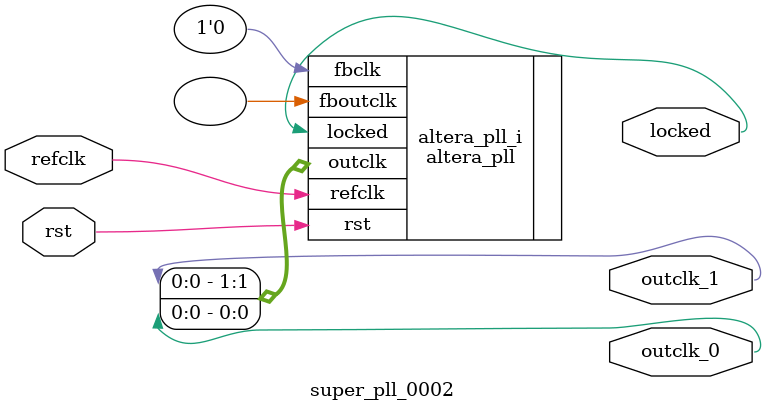
<source format=v>
`timescale 1ns/10ps
module  super_pll_0002(

	// interface 'refclk'
	input wire refclk,

	// interface 'reset'
	input wire rst,

	// interface 'outclk0'
	output wire outclk_0,

	// interface 'outclk1'
	output wire outclk_1,

	// interface 'locked'
	output wire locked
);

	altera_pll #(
		.fractional_vco_multiplier("false"),
		.reference_clock_frequency("50.0 MHz"),
		.operation_mode("direct"),
		.number_of_clocks(2),
		.output_clock_frequency0("150.000000 MHz"),
		.phase_shift0("0 ps"),
		.duty_cycle0(50),
		.output_clock_frequency1("1.842751 MHz"),
		.phase_shift1("0 ps"),
		.duty_cycle1(50),
		.output_clock_frequency2("0 MHz"),
		.phase_shift2("0 ps"),
		.duty_cycle2(50),
		.output_clock_frequency3("0 MHz"),
		.phase_shift3("0 ps"),
		.duty_cycle3(50),
		.output_clock_frequency4("0 MHz"),
		.phase_shift4("0 ps"),
		.duty_cycle4(50),
		.output_clock_frequency5("0 MHz"),
		.phase_shift5("0 ps"),
		.duty_cycle5(50),
		.output_clock_frequency6("0 MHz"),
		.phase_shift6("0 ps"),
		.duty_cycle6(50),
		.output_clock_frequency7("0 MHz"),
		.phase_shift7("0 ps"),
		.duty_cycle7(50),
		.output_clock_frequency8("0 MHz"),
		.phase_shift8("0 ps"),
		.duty_cycle8(50),
		.output_clock_frequency9("0 MHz"),
		.phase_shift9("0 ps"),
		.duty_cycle9(50),
		.output_clock_frequency10("0 MHz"),
		.phase_shift10("0 ps"),
		.duty_cycle10(50),
		.output_clock_frequency11("0 MHz"),
		.phase_shift11("0 ps"),
		.duty_cycle11(50),
		.output_clock_frequency12("0 MHz"),
		.phase_shift12("0 ps"),
		.duty_cycle12(50),
		.output_clock_frequency13("0 MHz"),
		.phase_shift13("0 ps"),
		.duty_cycle13(50),
		.output_clock_frequency14("0 MHz"),
		.phase_shift14("0 ps"),
		.duty_cycle14(50),
		.output_clock_frequency15("0 MHz"),
		.phase_shift15("0 ps"),
		.duty_cycle15(50),
		.output_clock_frequency16("0 MHz"),
		.phase_shift16("0 ps"),
		.duty_cycle16(50),
		.output_clock_frequency17("0 MHz"),
		.phase_shift17("0 ps"),
		.duty_cycle17(50),
		.pll_type("General"),
		.pll_subtype("General")
	) altera_pll_i (
		.rst	(rst),
		.outclk	({outclk_1, outclk_0}),
		.locked	(locked),
		.fboutclk	( ),
		.fbclk	(1'b0),
		.refclk	(refclk)
	);
endmodule


</source>
